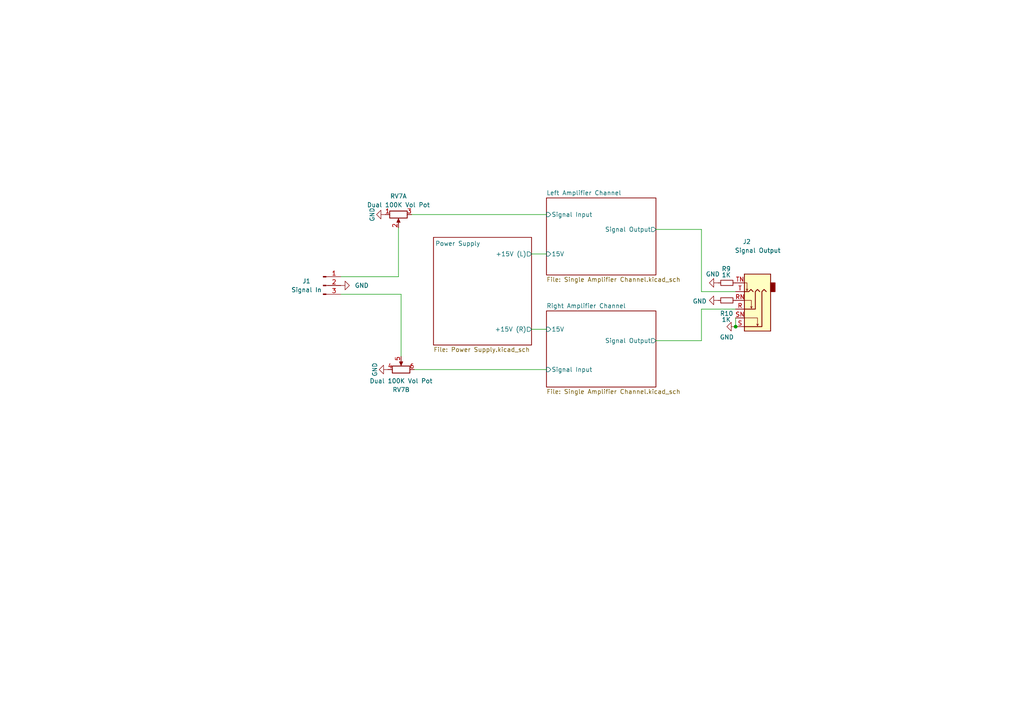
<source format=kicad_sch>
(kicad_sch (version 20230121) (generator eeschema)

  (uuid 842b3511-2fe8-441f-a549-24048f27a319)

  (paper "A4")

  (lib_symbols
    (symbol "Connector:Conn_01x03_Pin" (pin_names (offset 1.016) hide) (in_bom yes) (on_board yes)
      (property "Reference" "J" (at 0 5.08 0)
        (effects (font (size 1.27 1.27)))
      )
      (property "Value" "Conn_01x03_Pin" (at 0 -5.08 0)
        (effects (font (size 1.27 1.27)))
      )
      (property "Footprint" "" (at 0 0 0)
        (effects (font (size 1.27 1.27)) hide)
      )
      (property "Datasheet" "~" (at 0 0 0)
        (effects (font (size 1.27 1.27)) hide)
      )
      (property "ki_locked" "" (at 0 0 0)
        (effects (font (size 1.27 1.27)))
      )
      (property "ki_keywords" "connector" (at 0 0 0)
        (effects (font (size 1.27 1.27)) hide)
      )
      (property "ki_description" "Generic connector, single row, 01x03, script generated" (at 0 0 0)
        (effects (font (size 1.27 1.27)) hide)
      )
      (property "ki_fp_filters" "Connector*:*_1x??_*" (at 0 0 0)
        (effects (font (size 1.27 1.27)) hide)
      )
      (symbol "Conn_01x03_Pin_1_1"
        (polyline
          (pts
            (xy 1.27 -2.54)
            (xy 0.8636 -2.54)
          )
          (stroke (width 0.1524) (type default))
          (fill (type none))
        )
        (polyline
          (pts
            (xy 1.27 0)
            (xy 0.8636 0)
          )
          (stroke (width 0.1524) (type default))
          (fill (type none))
        )
        (polyline
          (pts
            (xy 1.27 2.54)
            (xy 0.8636 2.54)
          )
          (stroke (width 0.1524) (type default))
          (fill (type none))
        )
        (rectangle (start 0.8636 -2.413) (end 0 -2.667)
          (stroke (width 0.1524) (type default))
          (fill (type outline))
        )
        (rectangle (start 0.8636 0.127) (end 0 -0.127)
          (stroke (width 0.1524) (type default))
          (fill (type outline))
        )
        (rectangle (start 0.8636 2.667) (end 0 2.413)
          (stroke (width 0.1524) (type default))
          (fill (type outline))
        )
        (pin passive line (at 5.08 2.54 180) (length 3.81)
          (name "Pin_1" (effects (font (size 1.27 1.27))))
          (number "1" (effects (font (size 1.27 1.27))))
        )
        (pin passive line (at 5.08 0 180) (length 3.81)
          (name "Pin_2" (effects (font (size 1.27 1.27))))
          (number "2" (effects (font (size 1.27 1.27))))
        )
        (pin passive line (at 5.08 -2.54 180) (length 3.81)
          (name "Pin_3" (effects (font (size 1.27 1.27))))
          (number "3" (effects (font (size 1.27 1.27))))
        )
      )
    )
    (symbol "Connector_Audio:AudioJack3_Ground_Switch" (in_bom yes) (on_board yes)
      (property "Reference" "J2" (at 3.048 -19.558 0)
        (effects (font (size 1.27 1.27)) (justify right))
      )
      (property "Value" "Signal Output" (at 5.334 -17.018 0)
        (effects (font (size 1.27 1.27)) (justify right))
      )
      (property "Footprint" "Kerrin:NMJ6HC-S" (at 0 0 0)
        (effects (font (size 1.27 1.27)) hide)
      )
      (property "Datasheet" "~" (at 0 0 0)
        (effects (font (size 1.27 1.27)) hide)
      )
      (property "ki_keywords" "audio jack receptacle stereo headphones phones TRS connector" (at 0 0 0)
        (effects (font (size 1.27 1.27)) hide)
      )
      (property "ki_description" "Audio Jack, 3 Poles (Stereo / TRS), Grounded Sleeve, Switched Poles (Normalling)" (at 0 0 0)
        (effects (font (size 1.27 1.27)) hide)
      )
      (property "ki_fp_filters" "Jack*" (at 0 0 0)
        (effects (font (size 1.27 1.27)) hide)
      )
      (symbol "AudioJack3_Ground_Switch_0_1"
        (rectangle (start -5.08 -5.08) (end -6.35 -7.62)
          (stroke (width 0.254) (type default))
          (fill (type outline))
        )
        (rectangle (start 2.54 6.35) (end -5.08 -10.16)
          (stroke (width 0.254) (type default))
          (fill (type background))
        )
      )
      (symbol "AudioJack3_Ground_Switch_1_1"
        (polyline
          (pts
            (xy -1.27 4.826)
            (xy -1.016 4.318)
          )
          (stroke (width 0) (type default))
          (fill (type none))
        )
        (polyline
          (pts
            (xy 0.508 -0.254)
            (xy 0.762 -0.762)
          )
          (stroke (width 0) (type default))
          (fill (type none))
        )
        (polyline
          (pts
            (xy 1.778 -5.334)
            (xy 2.032 -5.842)
          )
          (stroke (width 0) (type default))
          (fill (type none))
        )
        (polyline
          (pts
            (xy 0 -5.08)
            (xy 0.635 -5.715)
            (xy 1.27 -5.08)
            (xy 2.54 -5.08)
          )
          (stroke (width 0.254) (type default))
          (fill (type none))
        )
        (polyline
          (pts
            (xy 2.54 -7.62)
            (xy 1.778 -7.62)
            (xy 1.778 -5.334)
            (xy 1.524 -5.842)
          )
          (stroke (width 0) (type default))
          (fill (type none))
        )
        (polyline
          (pts
            (xy 2.54 -2.54)
            (xy 0.508 -2.54)
            (xy 0.508 -0.254)
            (xy 0.254 -0.762)
          )
          (stroke (width 0) (type default))
          (fill (type none))
        )
        (polyline
          (pts
            (xy 2.54 2.54)
            (xy -1.27 2.54)
            (xy -1.27 4.826)
            (xy -1.524 4.318)
          )
          (stroke (width 0) (type default))
          (fill (type none))
        )
        (polyline
          (pts
            (xy -1.905 -5.08)
            (xy -1.27 -5.715)
            (xy -0.635 -5.08)
            (xy -0.635 0)
            (xy 2.54 0)
          )
          (stroke (width 0.254) (type default))
          (fill (type none))
        )
        (polyline
          (pts
            (xy 2.54 5.08)
            (xy -2.54 5.08)
            (xy -2.54 -5.08)
            (xy -3.175 -5.715)
            (xy -3.81 -5.08)
          )
          (stroke (width 0.254) (type default))
          (fill (type none))
        )
        (pin passive line (at 5.08 0 180) (length 2.54)
          (name "~" (effects (font (size 1.27 1.27))))
          (number "R" (effects (font (size 1.27 1.27))))
        )
        (pin passive line (at 5.08 -2.54 180) (length 2.54)
          (name "~" (effects (font (size 1.27 1.27))))
          (number "RN" (effects (font (size 1.27 1.27))))
        )
        (pin passive line (at 5.08 5.08 180) (length 2.54)
          (name "~" (effects (font (size 1.27 1.27))))
          (number "S" (effects (font (size 1.27 1.27))))
        )
        (pin passive line (at 5.08 2.54 180) (length 2.54)
          (name "~" (effects (font (size 1.27 1.27))))
          (number "SN" (effects (font (size 1.27 1.27))))
        )
        (pin passive line (at 5.08 -5.08 180) (length 2.54)
          (name "~" (effects (font (size 1.27 1.27))))
          (number "T" (effects (font (size 1.27 1.27))))
        )
        (pin passive line (at 5.08 -7.62 180) (length 2.54)
          (name "~" (effects (font (size 1.27 1.27))))
          (number "TN" (effects (font (size 1.27 1.27))))
        )
      )
    )
    (symbol "Device:R_Potentiometer_Dual_Separate" (pin_names (offset 1.016) hide) (in_bom yes) (on_board yes)
      (property "Reference" "RV" (at -4.445 0 90)
        (effects (font (size 1.27 1.27)))
      )
      (property "Value" "R_Potentiometer_Dual_Separate" (at -2.54 0 90)
        (effects (font (size 1.27 1.27)))
      )
      (property "Footprint" "" (at 0 0 0)
        (effects (font (size 1.27 1.27)) hide)
      )
      (property "Datasheet" "~" (at 0 0 0)
        (effects (font (size 1.27 1.27)) hide)
      )
      (property "ki_keywords" "resistor variable" (at 0 0 0)
        (effects (font (size 1.27 1.27)) hide)
      )
      (property "ki_description" "Dual potentiometer, separate units" (at 0 0 0)
        (effects (font (size 1.27 1.27)) hide)
      )
      (property "ki_fp_filters" "Potentiometer*" (at 0 0 0)
        (effects (font (size 1.27 1.27)) hide)
      )
      (symbol "R_Potentiometer_Dual_Separate_0_1"
        (polyline
          (pts
            (xy 2.54 0)
            (xy 1.524 0)
          )
          (stroke (width 0) (type default))
          (fill (type none))
        )
        (polyline
          (pts
            (xy 1.143 0)
            (xy 2.286 0.508)
            (xy 2.286 -0.508)
            (xy 1.143 0)
          )
          (stroke (width 0) (type default))
          (fill (type outline))
        )
        (rectangle (start 1.016 2.54) (end -1.016 -2.54)
          (stroke (width 0.254) (type default))
          (fill (type none))
        )
      )
      (symbol "R_Potentiometer_Dual_Separate_1_1"
        (pin passive line (at 0 3.81 270) (length 1.27)
          (name "1" (effects (font (size 1.27 1.27))))
          (number "1" (effects (font (size 1.27 1.27))))
        )
        (pin passive line (at 3.81 0 180) (length 1.27)
          (name "2" (effects (font (size 1.27 1.27))))
          (number "2" (effects (font (size 1.27 1.27))))
        )
        (pin passive line (at 0 -3.81 90) (length 1.27)
          (name "3" (effects (font (size 1.27 1.27))))
          (number "3" (effects (font (size 1.27 1.27))))
        )
      )
      (symbol "R_Potentiometer_Dual_Separate_2_1"
        (pin passive line (at 0 3.81 270) (length 1.27)
          (name "4" (effects (font (size 1.27 1.27))))
          (number "4" (effects (font (size 1.27 1.27))))
        )
        (pin passive line (at 3.81 0 180) (length 1.27)
          (name "5" (effects (font (size 1.27 1.27))))
          (number "5" (effects (font (size 1.27 1.27))))
        )
        (pin passive line (at 0 -3.81 90) (length 1.27)
          (name "6" (effects (font (size 1.27 1.27))))
          (number "6" (effects (font (size 1.27 1.27))))
        )
      )
    )
    (symbol "Device:R_Small" (pin_numbers hide) (pin_names (offset 0.254) hide) (in_bom yes) (on_board yes)
      (property "Reference" "R" (at 0.762 0.508 0)
        (effects (font (size 1.27 1.27)) (justify left))
      )
      (property "Value" "R_Small" (at 0.762 -1.016 0)
        (effects (font (size 1.27 1.27)) (justify left))
      )
      (property "Footprint" "" (at 0 0 0)
        (effects (font (size 1.27 1.27)) hide)
      )
      (property "Datasheet" "~" (at 0 0 0)
        (effects (font (size 1.27 1.27)) hide)
      )
      (property "ki_keywords" "R resistor" (at 0 0 0)
        (effects (font (size 1.27 1.27)) hide)
      )
      (property "ki_description" "Resistor, small symbol" (at 0 0 0)
        (effects (font (size 1.27 1.27)) hide)
      )
      (property "ki_fp_filters" "R_*" (at 0 0 0)
        (effects (font (size 1.27 1.27)) hide)
      )
      (symbol "R_Small_0_1"
        (rectangle (start -0.762 1.778) (end 0.762 -1.778)
          (stroke (width 0.2032) (type default))
          (fill (type none))
        )
      )
      (symbol "R_Small_1_1"
        (pin passive line (at 0 2.54 270) (length 0.762)
          (name "~" (effects (font (size 1.27 1.27))))
          (number "1" (effects (font (size 1.27 1.27))))
        )
        (pin passive line (at 0 -2.54 90) (length 0.762)
          (name "~" (effects (font (size 1.27 1.27))))
          (number "2" (effects (font (size 1.27 1.27))))
        )
      )
    )
    (symbol "power:GND" (power) (pin_names (offset 0)) (in_bom yes) (on_board yes)
      (property "Reference" "#PWR" (at 0 -6.35 0)
        (effects (font (size 1.27 1.27)) hide)
      )
      (property "Value" "GND" (at 0 -3.81 0)
        (effects (font (size 1.27 1.27)))
      )
      (property "Footprint" "" (at 0 0 0)
        (effects (font (size 1.27 1.27)) hide)
      )
      (property "Datasheet" "" (at 0 0 0)
        (effects (font (size 1.27 1.27)) hide)
      )
      (property "ki_keywords" "global power" (at 0 0 0)
        (effects (font (size 1.27 1.27)) hide)
      )
      (property "ki_description" "Power symbol creates a global label with name \"GND\" , ground" (at 0 0 0)
        (effects (font (size 1.27 1.27)) hide)
      )
      (symbol "GND_0_1"
        (polyline
          (pts
            (xy 0 0)
            (xy 0 -1.27)
            (xy 1.27 -1.27)
            (xy 0 -2.54)
            (xy -1.27 -1.27)
            (xy 0 -1.27)
          )
          (stroke (width 0) (type default))
          (fill (type none))
        )
      )
      (symbol "GND_1_1"
        (pin power_in line (at 0 0 270) (length 0) hide
          (name "GND" (effects (font (size 1.27 1.27))))
          (number "1" (effects (font (size 1.27 1.27))))
        )
      )
    )
  )

  (junction (at 213.36 94.742) (diameter 0) (color 0 0 0 0)
    (uuid 330a1659-d89c-40cc-a4d9-6980dc20e5b2)
  )

  (wire (pts (xy 203.454 89.662) (xy 203.454 98.806))
    (stroke (width 0) (type default))
    (uuid 0a18d4b9-2ec2-483d-a9ed-afa61ea78af8)
  )
  (wire (pts (xy 190.246 98.806) (xy 203.454 98.806))
    (stroke (width 0) (type default))
    (uuid 25825094-9183-4ddf-ad6e-284a7beae36a)
  )
  (wire (pts (xy 203.454 66.548) (xy 203.454 84.582))
    (stroke (width 0) (type default))
    (uuid 27700b5d-7e86-40d4-8db8-05fc630b4e1e)
  )
  (wire (pts (xy 119.38 62.23) (xy 158.496 62.23))
    (stroke (width 0) (type default))
    (uuid 28bb147b-2352-4a95-babf-7d2e445866b3)
  )
  (wire (pts (xy 213.36 89.662) (xy 203.454 89.662))
    (stroke (width 0) (type default))
    (uuid 37ebfcde-34f5-4a86-91d8-15f28b90a246)
  )
  (wire (pts (xy 98.806 80.264) (xy 115.57 80.264))
    (stroke (width 0) (type default))
    (uuid 4c06497b-4580-4188-8c32-9c3ff6b80c52)
  )
  (wire (pts (xy 190.246 66.548) (xy 203.454 66.548))
    (stroke (width 0) (type default))
    (uuid 4c21a6b4-d5f2-4252-9346-f54d5fce3702)
  )
  (wire (pts (xy 154.178 95.504) (xy 158.496 95.504))
    (stroke (width 0) (type default))
    (uuid 53f1fe1e-192a-4880-b4c0-556c7b9b1c88)
  )
  (wire (pts (xy 115.57 80.264) (xy 115.57 66.04))
    (stroke (width 0) (type default))
    (uuid 9f5ffa98-f352-4125-b1c2-98bc85c9bff7)
  )
  (wire (pts (xy 120.142 107.188) (xy 158.496 107.188))
    (stroke (width 0) (type default))
    (uuid 9f76056c-8de3-4618-ae3f-5b5cb0e7e2ab)
  )
  (wire (pts (xy 116.332 103.378) (xy 116.332 85.344))
    (stroke (width 0) (type default))
    (uuid a9cb9b64-a915-4dc2-ad50-1c3fa1b20b13)
  )
  (wire (pts (xy 154.178 73.66) (xy 158.496 73.66))
    (stroke (width 0) (type default))
    (uuid d268f083-0e5e-4387-9f7b-24936a766d0c)
  )
  (wire (pts (xy 213.36 92.202) (xy 213.36 94.742))
    (stroke (width 0) (type default))
    (uuid d5a8614d-dd53-45f9-9024-1607363d554e)
  )
  (wire (pts (xy 203.454 84.582) (xy 213.36 84.582))
    (stroke (width 0) (type default))
    (uuid e4908e24-1faa-4af9-8697-73f542e54ae7)
  )
  (wire (pts (xy 98.806 85.344) (xy 116.332 85.344))
    (stroke (width 0) (type default))
    (uuid f3ddbde2-e492-489a-932d-82a44b89c9ec)
  )

  (symbol (lib_id "power:GND") (at 208.28 82.042 270) (unit 1)
    (in_bom yes) (on_board yes) (dnp no)
    (uuid 260aa981-1094-4ef5-9a30-26ea57e2514d)
    (property "Reference" "#PWR08" (at 201.93 82.042 0)
      (effects (font (size 1.27 1.27)) hide)
    )
    (property "Value" "GND" (at 208.788 79.502 90)
      (effects (font (size 1.27 1.27)) (justify right))
    )
    (property "Footprint" "" (at 208.28 82.042 0)
      (effects (font (size 1.27 1.27)) hide)
    )
    (property "Datasheet" "" (at 208.28 82.042 0)
      (effects (font (size 1.27 1.27)) hide)
    )
    (pin "1" (uuid eda2b9ac-37a6-4006-821e-82a82ef77f36))
    (instances
      (project "Headphone Amplifier - Rev 2"
        (path "/842b3511-2fe8-441f-a549-24048f27a319"
          (reference "#PWR08") (unit 1)
        )
      )
    )
  )

  (symbol (lib_id "power:GND") (at 208.28 87.122 270) (unit 1)
    (in_bom yes) (on_board yes) (dnp no)
    (uuid 38654c21-ada4-49ea-ab14-d7d4c0de2c1e)
    (property "Reference" "#PWR015" (at 201.93 87.122 0)
      (effects (font (size 1.27 1.27)) hide)
    )
    (property "Value" "GND" (at 204.978 87.376 90)
      (effects (font (size 1.27 1.27)) (justify right))
    )
    (property "Footprint" "" (at 208.28 87.122 0)
      (effects (font (size 1.27 1.27)) hide)
    )
    (property "Datasheet" "" (at 208.28 87.122 0)
      (effects (font (size 1.27 1.27)) hide)
    )
    (pin "1" (uuid 5acc76e6-5c34-4f57-a551-3abcbb814ed9))
    (instances
      (project "Headphone Amplifier - Rev 2"
        (path "/842b3511-2fe8-441f-a549-24048f27a319"
          (reference "#PWR015") (unit 1)
        )
      )
    )
  )

  (symbol (lib_id "power:GND") (at 213.36 94.742 270) (unit 1)
    (in_bom yes) (on_board yes) (dnp no)
    (uuid 5270dff8-7267-48ba-bf29-b0df074a76ff)
    (property "Reference" "#PWR03" (at 207.01 94.742 0)
      (effects (font (size 1.27 1.27)) hide)
    )
    (property "Value" "GND" (at 212.852 97.79 90)
      (effects (font (size 1.27 1.27)) (justify right))
    )
    (property "Footprint" "" (at 213.36 94.742 0)
      (effects (font (size 1.27 1.27)) hide)
    )
    (property "Datasheet" "" (at 213.36 94.742 0)
      (effects (font (size 1.27 1.27)) hide)
    )
    (pin "1" (uuid 936a2b04-4f54-491a-839c-5e86a5685c71))
    (instances
      (project "Headphone Amplifier - Rev 2"
        (path "/842b3511-2fe8-441f-a549-24048f27a319"
          (reference "#PWR03") (unit 1)
        )
      )
    )
  )

  (symbol (lib_id "Device:R_Potentiometer_Dual_Separate") (at 115.57 62.23 90) (mirror x) (unit 1)
    (in_bom yes) (on_board yes) (dnp no)
    (uuid 558a01ca-245c-4cac-ad5a-0910917dd5aa)
    (property "Reference" "RV7" (at 115.57 56.896 90)
      (effects (font (size 1.27 1.27)))
    )
    (property "Value" "Dual 100K Vol Pot" (at 115.57 59.436 90)
      (effects (font (size 1.27 1.27)))
    )
    (property "Footprint" "Kerrin:Dual_Potentiometer_Horizontal" (at 115.57 62.23 0)
      (effects (font (size 1.27 1.27)) hide)
    )
    (property "Datasheet" "~" (at 115.57 62.23 0)
      (effects (font (size 1.27 1.27)) hide)
    )
    (pin "1" (uuid 8513714f-3cb6-42a6-886a-f9a63a1f750d))
    (pin "2" (uuid b64e11e7-3d80-4f91-825a-a0f7b5616b17))
    (pin "3" (uuid 92942f68-aa63-481c-bd3d-cb1ca7993b56))
    (pin "4" (uuid 824c384c-90ae-4429-a3f0-dba17951ab16))
    (pin "5" (uuid d2d8052f-de4b-4cde-865c-801f3c762d2a))
    (pin "6" (uuid 9d192f18-d595-40a0-943a-00fd1eb5310f))
    (instances
      (project "Headphone Amplifier - Rev 2"
        (path "/842b3511-2fe8-441f-a549-24048f27a319"
          (reference "RV7") (unit 1)
        )
      )
    )
  )

  (symbol (lib_id "power:GND") (at 111.76 62.23 270) (unit 1)
    (in_bom yes) (on_board yes) (dnp no)
    (uuid 6069e6f2-73ca-489b-bf3f-5e4ca12986bc)
    (property "Reference" "#PWR02" (at 105.41 62.23 0)
      (effects (font (size 1.27 1.27)) hide)
    )
    (property "Value" "GND" (at 107.95 62.23 0)
      (effects (font (size 1.27 1.27)))
    )
    (property "Footprint" "" (at 111.76 62.23 0)
      (effects (font (size 1.27 1.27)) hide)
    )
    (property "Datasheet" "" (at 111.76 62.23 0)
      (effects (font (size 1.27 1.27)) hide)
    )
    (pin "1" (uuid 9a4fb232-bbaf-47f6-ba42-bae88ff3d676))
    (instances
      (project "Headphone Amplifier - Rev 2"
        (path "/842b3511-2fe8-441f-a549-24048f27a319"
          (reference "#PWR02") (unit 1)
        )
        (path "/842b3511-2fe8-441f-a549-24048f27a319/38d15eec-8f2c-4b86-934e-ea0378dd1481"
          (reference "#PWR05") (unit 1)
        )
        (path "/842b3511-2fe8-441f-a549-24048f27a319/9cb9cd3e-4b97-4275-a0e6-5a9064c292bc"
          (reference "#PWR015") (unit 1)
        )
      )
    )
  )

  (symbol (lib_id "Connector_Audio:AudioJack3_Ground_Switch") (at 218.44 89.662 180) (unit 1)
    (in_bom yes) (on_board yes) (dnp no)
    (uuid 7b35f9c1-20a1-4de0-ab24-0d234e8fafa1)
    (property "Reference" "J2" (at 215.392 70.104 0)
      (effects (font (size 1.27 1.27)) (justify right))
    )
    (property "Value" "Signal Output" (at 213.106 72.644 0)
      (effects (font (size 1.27 1.27)) (justify right))
    )
    (property "Footprint" "Kerrin:NMJ6HC-S" (at 218.44 89.662 0)
      (effects (font (size 1.27 1.27)) hide)
    )
    (property "Datasheet" "~" (at 218.44 89.662 0)
      (effects (font (size 1.27 1.27)) hide)
    )
    (pin "R" (uuid 04dda388-72b4-4e4e-ac5a-5e258eb9269f))
    (pin "RN" (uuid ec9cbd7b-8698-4aef-973b-f5e09b053832))
    (pin "S" (uuid 545a0291-57e3-4849-ae36-9056900c68f1))
    (pin "SN" (uuid ce0db0b0-93f9-4511-b03f-c1f183985622))
    (pin "T" (uuid c41bfeb3-f4b3-4fd4-ae51-57fc69172640))
    (pin "TN" (uuid c0d6b076-4418-4220-b068-bd82f2f6c129))
    (instances
      (project "Headphone Amplifier - Rev 2"
        (path "/842b3511-2fe8-441f-a549-24048f27a319"
          (reference "J2") (unit 1)
        )
      )
    )
  )

  (symbol (lib_id "Device:R_Small") (at 210.82 82.042 270) (unit 1)
    (in_bom yes) (on_board yes) (dnp no)
    (uuid 7f8bbc21-5027-4f94-8c75-18d4d24fb5ae)
    (property "Reference" "R9" (at 209.296 77.978 90)
      (effects (font (size 1.27 1.27)) (justify left))
    )
    (property "Value" "1K" (at 209.296 79.756 90)
      (effects (font (size 1.27 1.27)) (justify left))
    )
    (property "Footprint" "Kerrin:Resistor_Axial_0.25W_L6.3mm_D2.5mm_P10.16mm" (at 210.82 82.042 0)
      (effects (font (size 1.27 1.27)) hide)
    )
    (property "Datasheet" "~" (at 210.82 82.042 0)
      (effects (font (size 1.27 1.27)) hide)
    )
    (pin "1" (uuid d427cd58-6d68-49fd-9499-5b7a14a1c915))
    (pin "2" (uuid 457248a2-8197-4a81-92b5-13b8da722399))
    (instances
      (project "Headphone Amplifier - Rev 2"
        (path "/842b3511-2fe8-441f-a549-24048f27a319"
          (reference "R9") (unit 1)
        )
        (path "/842b3511-2fe8-441f-a549-24048f27a319/38d15eec-8f2c-4b86-934e-ea0378dd1481"
          (reference "R13") (unit 1)
        )
        (path "/842b3511-2fe8-441f-a549-24048f27a319/9cb9cd3e-4b97-4275-a0e6-5a9064c292bc"
          (reference "R2") (unit 1)
        )
      )
    )
  )

  (symbol (lib_id "Connector:Conn_01x03_Pin") (at 93.726 82.804 0) (unit 1)
    (in_bom yes) (on_board yes) (dnp no)
    (uuid 8b31be7a-5577-4cad-9031-465c95108b62)
    (property "Reference" "J1" (at 88.9 81.534 0)
      (effects (font (size 1.27 1.27)))
    )
    (property "Value" "Signal In" (at 88.9 84.074 0)
      (effects (font (size 1.27 1.27)))
    )
    (property "Footprint" "Connector_Wire:SolderWire-0.5sqmm_1x03_P4.6mm_D0.9mm_OD2.1mm" (at 93.726 82.804 0)
      (effects (font (size 1.27 1.27)) hide)
    )
    (property "Datasheet" "~" (at 93.726 82.804 0)
      (effects (font (size 1.27 1.27)) hide)
    )
    (pin "1" (uuid e146d549-58f5-4ff9-baab-ee0c556f3d78))
    (pin "2" (uuid 2d377408-7eb3-435b-83b7-fe01883bb103))
    (pin "3" (uuid 683c381d-a0d5-426b-9a64-fc2df77f3bff))
    (instances
      (project "Headphone Amplifier - Rev 2"
        (path "/842b3511-2fe8-441f-a549-24048f27a319"
          (reference "J1") (unit 1)
        )
      )
    )
  )

  (symbol (lib_id "Device:R_Potentiometer_Dual_Separate") (at 116.332 107.188 90) (unit 2)
    (in_bom yes) (on_board yes) (dnp no)
    (uuid bf1f45c4-47fe-4de9-a0e5-f99e49186629)
    (property "Reference" "RV7" (at 116.332 113.03 90)
      (effects (font (size 1.27 1.27)))
    )
    (property "Value" "Dual 100K Vol Pot" (at 116.332 110.49 90)
      (effects (font (size 1.27 1.27)))
    )
    (property "Footprint" "Kerrin:Dual_Potentiometer_Horizontal" (at 116.332 107.188 0)
      (effects (font (size 1.27 1.27)) hide)
    )
    (property "Datasheet" "~" (at 116.332 107.188 0)
      (effects (font (size 1.27 1.27)) hide)
    )
    (pin "1" (uuid e887d145-67b4-412a-838e-715a562eaa9a))
    (pin "2" (uuid f0ccb845-3c38-44bc-ba71-66f6a8a42093))
    (pin "3" (uuid 31d1901d-6b19-47c2-a27e-53d44cd582fb))
    (pin "4" (uuid 777c1f65-cdfb-485d-a958-28ac02966443))
    (pin "5" (uuid 0edf0296-cc5b-4b70-bd85-3b0d22122a96))
    (pin "6" (uuid 7bbf7747-1238-42c2-898c-b64b3f9800e0))
    (instances
      (project "Headphone Amplifier - Rev 2"
        (path "/842b3511-2fe8-441f-a549-24048f27a319"
          (reference "RV7") (unit 2)
        )
      )
    )
  )

  (symbol (lib_id "Device:R_Small") (at 210.82 87.122 270) (unit 1)
    (in_bom yes) (on_board yes) (dnp no)
    (uuid cc26048f-ac21-4fb4-87af-04e954642b01)
    (property "Reference" "R10" (at 208.788 90.932 90)
      (effects (font (size 1.27 1.27)) (justify left))
    )
    (property "Value" "1K" (at 209.296 92.71 90)
      (effects (font (size 1.27 1.27)) (justify left))
    )
    (property "Footprint" "Kerrin:Resistor_Axial_0.25W_L6.3mm_D2.5mm_P10.16mm" (at 210.82 87.122 0)
      (effects (font (size 1.27 1.27)) hide)
    )
    (property "Datasheet" "~" (at 210.82 87.122 0)
      (effects (font (size 1.27 1.27)) hide)
    )
    (pin "1" (uuid c43229de-9964-42df-8f32-5b10d15566a7))
    (pin "2" (uuid bc585bb0-967f-47bc-a77b-b53da59f58a1))
    (instances
      (project "Headphone Amplifier - Rev 2"
        (path "/842b3511-2fe8-441f-a549-24048f27a319"
          (reference "R10") (unit 1)
        )
        (path "/842b3511-2fe8-441f-a549-24048f27a319/38d15eec-8f2c-4b86-934e-ea0378dd1481"
          (reference "R13") (unit 1)
        )
        (path "/842b3511-2fe8-441f-a549-24048f27a319/9cb9cd3e-4b97-4275-a0e6-5a9064c292bc"
          (reference "R2") (unit 1)
        )
      )
    )
  )

  (symbol (lib_id "power:GND") (at 98.806 82.804 90) (unit 1)
    (in_bom yes) (on_board yes) (dnp no) (fields_autoplaced)
    (uuid cf1455f8-da09-47f2-8d07-0b01f29af487)
    (property "Reference" "#PWR05" (at 105.156 82.804 0)
      (effects (font (size 1.27 1.27)) hide)
    )
    (property "Value" "GND" (at 102.87 82.804 90)
      (effects (font (size 1.27 1.27)) (justify right))
    )
    (property "Footprint" "" (at 98.806 82.804 0)
      (effects (font (size 1.27 1.27)) hide)
    )
    (property "Datasheet" "" (at 98.806 82.804 0)
      (effects (font (size 1.27 1.27)) hide)
    )
    (pin "1" (uuid 6248638c-0518-4015-b3d7-8efa4f73a2be))
    (instances
      (project "Headphone Amplifier - Rev 2"
        (path "/842b3511-2fe8-441f-a549-24048f27a319"
          (reference "#PWR05") (unit 1)
        )
      )
    )
  )

  (symbol (lib_id "power:GND") (at 112.522 107.188 270) (unit 1)
    (in_bom yes) (on_board yes) (dnp no)
    (uuid d4c55873-2d5e-47d2-9655-2aca503110f6)
    (property "Reference" "#PWR016" (at 106.172 107.188 0)
      (effects (font (size 1.27 1.27)) hide)
    )
    (property "Value" "GND" (at 108.712 107.188 0)
      (effects (font (size 1.27 1.27)))
    )
    (property "Footprint" "" (at 112.522 107.188 0)
      (effects (font (size 1.27 1.27)) hide)
    )
    (property "Datasheet" "" (at 112.522 107.188 0)
      (effects (font (size 1.27 1.27)) hide)
    )
    (pin "1" (uuid dc8dd782-a74a-4459-aef7-5444c24268c5))
    (instances
      (project "Headphone Amplifier - Rev 2"
        (path "/842b3511-2fe8-441f-a549-24048f27a319"
          (reference "#PWR016") (unit 1)
        )
        (path "/842b3511-2fe8-441f-a549-24048f27a319/38d15eec-8f2c-4b86-934e-ea0378dd1481"
          (reference "#PWR05") (unit 1)
        )
        (path "/842b3511-2fe8-441f-a549-24048f27a319/9cb9cd3e-4b97-4275-a0e6-5a9064c292bc"
          (reference "#PWR015") (unit 1)
        )
      )
    )
  )

  (sheet (at 158.496 57.404) (size 31.75 22.352) (fields_autoplaced)
    (stroke (width 0.1524) (type solid))
    (fill (color 0 0 0 0.0000))
    (uuid 38d15eec-8f2c-4b86-934e-ea0378dd1481)
    (property "Sheetname" "Left Amplifier Channel" (at 158.496 56.6924 0)
      (effects (font (size 1.27 1.27)) (justify left bottom))
    )
    (property "Sheetfile" "Single Amplifier Channel.kicad_sch" (at 158.496 80.3406 0)
      (effects (font (size 1.27 1.27)) (justify left top))
    )
    (pin "15V" input (at 158.496 73.66 180)
      (effects (font (size 1.27 1.27)) (justify left))
      (uuid c7e06a3a-74c9-4f35-9c40-322e9c819832)
    )
    (pin "Signal Input" input (at 158.496 62.23 180)
      (effects (font (size 1.27 1.27)) (justify left))
      (uuid 0af25d01-36fb-471c-9679-153c42e46ce9)
    )
    (pin "Signal Output" output (at 190.246 66.548 0)
      (effects (font (size 1.27 1.27)) (justify right))
      (uuid 2a5ce736-6c1b-41cf-91ce-b03de9e32e1a)
    )
    (instances
      (project "Headphone Amplifier - Rev 2"
        (path "/842b3511-2fe8-441f-a549-24048f27a319" (page "3"))
      )
    )
  )

  (sheet (at 158.496 90.17) (size 31.75 22.098) (fields_autoplaced)
    (stroke (width 0.1524) (type solid))
    (fill (color 0 0 0 0.0000))
    (uuid 9cb9cd3e-4b97-4275-a0e6-5a9064c292bc)
    (property "Sheetname" "Right Amplifier Channel" (at 158.496 89.4584 0)
      (effects (font (size 1.27 1.27)) (justify left bottom))
    )
    (property "Sheetfile" "Single Amplifier Channel.kicad_sch" (at 158.496 112.8526 0)
      (effects (font (size 1.27 1.27)) (justify left top))
    )
    (pin "15V" input (at 158.496 95.504 180)
      (effects (font (size 1.27 1.27)) (justify left))
      (uuid 642c4fdf-990b-45bc-8fb7-6ccf58e1bc8e)
    )
    (pin "Signal Input" input (at 158.496 107.188 180)
      (effects (font (size 1.27 1.27)) (justify left))
      (uuid 9c457b76-13d3-45f5-81b6-afff8aa428ae)
    )
    (pin "Signal Output" output (at 190.246 98.806 0)
      (effects (font (size 1.27 1.27)) (justify right))
      (uuid dad141aa-e029-4dff-8b53-e0bf524ec658)
    )
    (instances
      (project "Headphone Amplifier - Rev 2"
        (path "/842b3511-2fe8-441f-a549-24048f27a319" (page "4"))
      )
    )
  )

  (sheet (at 125.73 68.834) (size 28.448 31.242)
    (stroke (width 0.1524) (type solid))
    (fill (color 0 0 0 0.0000))
    (uuid bd9ba7ee-09e3-45d5-b21a-90a7f6c9946c)
    (property "Sheetname" "Power Supply" (at 126.238 71.374 0)
      (effects (font (size 1.27 1.27)) (justify left bottom))
    )
    (property "Sheetfile" "Power Supply.kicad_sch" (at 125.73 100.6606 0)
      (effects (font (size 1.27 1.27)) (justify left top))
    )
    (pin "+15V (R)" output (at 154.178 95.504 0)
      (effects (font (size 1.27 1.27)) (justify right))
      (uuid 50448a61-4d13-4159-89e2-031c1056127f)
    )
    (pin "+15V (L)" output (at 154.178 73.66 0)
      (effects (font (size 1.27 1.27)) (justify right))
      (uuid 8bc37d67-d35d-4009-9879-36d5245efb65)
    )
    (instances
      (project "Headphone Amplifier - Rev 2"
        (path "/842b3511-2fe8-441f-a549-24048f27a319" (page "2"))
      )
    )
  )

  (sheet_instances
    (path "/" (page "1"))
  )
)

</source>
